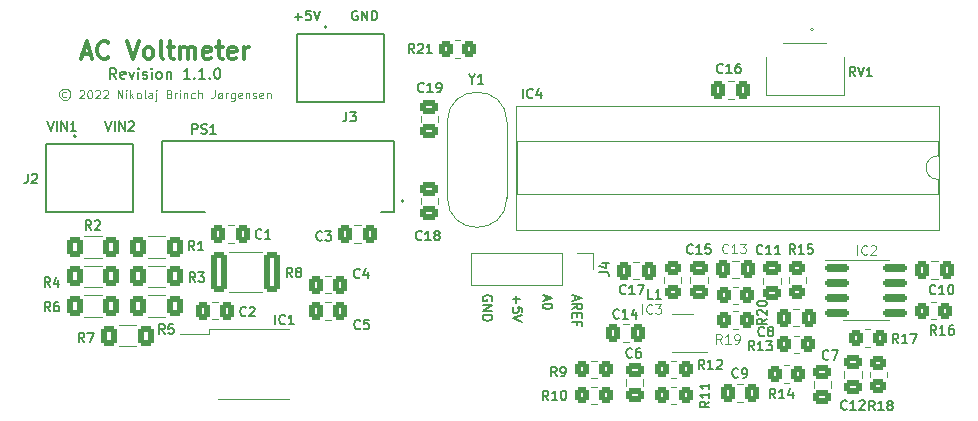
<source format=gto>
G04 #@! TF.GenerationSoftware,KiCad,Pcbnew,(6.0.0-0)*
G04 #@! TF.CreationDate,2022-02-23T00:42:31+01:00*
G04 #@! TF.ProjectId,AC Power Supply,41432050-6f77-4657-9220-537570706c79,rev?*
G04 #@! TF.SameCoordinates,Original*
G04 #@! TF.FileFunction,Legend,Top*
G04 #@! TF.FilePolarity,Positive*
%FSLAX46Y46*%
G04 Gerber Fmt 4.6, Leading zero omitted, Abs format (unit mm)*
G04 Created by KiCad (PCBNEW (6.0.0-0)) date 2022-02-23 00:42:31*
%MOMM*%
%LPD*%
G01*
G04 APERTURE LIST*
G04 Aperture macros list*
%AMRoundRect*
0 Rectangle with rounded corners*
0 $1 Rounding radius*
0 $2 $3 $4 $5 $6 $7 $8 $9 X,Y pos of 4 corners*
0 Add a 4 corners polygon primitive as box body*
4,1,4,$2,$3,$4,$5,$6,$7,$8,$9,$2,$3,0*
0 Add four circle primitives for the rounded corners*
1,1,$1+$1,$2,$3*
1,1,$1+$1,$4,$5*
1,1,$1+$1,$6,$7*
1,1,$1+$1,$8,$9*
0 Add four rect primitives between the rounded corners*
20,1,$1+$1,$2,$3,$4,$5,0*
20,1,$1+$1,$4,$5,$6,$7,0*
20,1,$1+$1,$6,$7,$8,$9,0*
20,1,$1+$1,$8,$9,$2,$3,0*%
G04 Aperture macros list end*
%ADD10C,0.100000*%
%ADD11C,0.150000*%
%ADD12C,0.300000*%
%ADD13C,0.125000*%
%ADD14C,0.120000*%
%ADD15C,0.127000*%
%ADD16C,0.200000*%
%ADD17C,1.219200*%
%ADD18RoundRect,0.250000X0.450000X-0.350000X0.450000X0.350000X-0.450000X0.350000X-0.450000X-0.350000X0*%
%ADD19RoundRect,0.250000X-0.450000X0.350000X-0.450000X-0.350000X0.450000X-0.350000X0.450000X0.350000X0*%
%ADD20RoundRect,0.250000X-0.400000X-0.625000X0.400000X-0.625000X0.400000X0.625000X-0.400000X0.625000X0*%
%ADD21RoundRect,0.250000X-0.475000X0.337500X-0.475000X-0.337500X0.475000X-0.337500X0.475000X0.337500X0*%
%ADD22RoundRect,0.250000X0.475000X-0.337500X0.475000X0.337500X-0.475000X0.337500X-0.475000X-0.337500X0*%
%ADD23RoundRect,0.250000X-0.350000X-0.450000X0.350000X-0.450000X0.350000X0.450000X-0.350000X0.450000X0*%
%ADD24RoundRect,0.250000X0.350000X0.450000X-0.350000X0.450000X-0.350000X-0.450000X0.350000X-0.450000X0*%
%ADD25RoundRect,0.250000X-0.400000X-1.450000X0.400000X-1.450000X0.400000X1.450000X-0.400000X1.450000X0*%
%ADD26RoundRect,0.250000X-0.337500X-0.475000X0.337500X-0.475000X0.337500X0.475000X-0.337500X0.475000X0*%
%ADD27C,4.700000*%
%ADD28RoundRect,0.250000X0.400000X0.625000X-0.400000X0.625000X-0.400000X-0.625000X0.400000X-0.625000X0*%
%ADD29RoundRect,0.250000X0.450000X-0.325000X0.450000X0.325000X-0.450000X0.325000X-0.450000X-0.325000X0*%
%ADD30R,1.799999X0.599999*%
%ADD31R,1.508000X1.508000*%
%ADD32C,1.508000*%
%ADD33R,1.700000X1.700000*%
%ADD34O,1.700000X1.700000*%
%ADD35RoundRect,0.150000X-0.825000X-0.150000X0.825000X-0.150000X0.825000X0.150000X-0.825000X0.150000X0*%
%ADD36RoundRect,0.250000X0.337500X0.475000X-0.337500X0.475000X-0.337500X-0.475000X0.337500X-0.475000X0*%
%ADD37R,1.560000X0.650000*%
%ADD38C,1.500000*%
%ADD39R,1.600000X2.400000*%
%ADD40O,1.600000X2.400000*%
G04 APERTURE END LIST*
D10*
X52633333Y-52883333D02*
X52566666Y-52850000D01*
X52433333Y-52850000D01*
X52366666Y-52883333D01*
X52300000Y-52950000D01*
X52266666Y-53016666D01*
X52266666Y-53150000D01*
X52300000Y-53216666D01*
X52366666Y-53283333D01*
X52433333Y-53316666D01*
X52566666Y-53316666D01*
X52633333Y-53283333D01*
X52500000Y-52616666D02*
X52333333Y-52650000D01*
X52166666Y-52750000D01*
X52066666Y-52916666D01*
X52033333Y-53083333D01*
X52066666Y-53250000D01*
X52166666Y-53416666D01*
X52333333Y-53516666D01*
X52500000Y-53550000D01*
X52666666Y-53516666D01*
X52833333Y-53416666D01*
X52933333Y-53250000D01*
X52966666Y-53083333D01*
X52933333Y-52916666D01*
X52833333Y-52750000D01*
X52666666Y-52650000D01*
X52500000Y-52616666D01*
X53766666Y-52783333D02*
X53800000Y-52750000D01*
X53866666Y-52716666D01*
X54033333Y-52716666D01*
X54100000Y-52750000D01*
X54133333Y-52783333D01*
X54166666Y-52850000D01*
X54166666Y-52916666D01*
X54133333Y-53016666D01*
X53733333Y-53416666D01*
X54166666Y-53416666D01*
X54600000Y-52716666D02*
X54666666Y-52716666D01*
X54733333Y-52750000D01*
X54766666Y-52783333D01*
X54800000Y-52850000D01*
X54833333Y-52983333D01*
X54833333Y-53150000D01*
X54800000Y-53283333D01*
X54766666Y-53350000D01*
X54733333Y-53383333D01*
X54666666Y-53416666D01*
X54600000Y-53416666D01*
X54533333Y-53383333D01*
X54500000Y-53350000D01*
X54466666Y-53283333D01*
X54433333Y-53150000D01*
X54433333Y-52983333D01*
X54466666Y-52850000D01*
X54500000Y-52783333D01*
X54533333Y-52750000D01*
X54600000Y-52716666D01*
X55100000Y-52783333D02*
X55133333Y-52750000D01*
X55200000Y-52716666D01*
X55366666Y-52716666D01*
X55433333Y-52750000D01*
X55466666Y-52783333D01*
X55500000Y-52850000D01*
X55500000Y-52916666D01*
X55466666Y-53016666D01*
X55066666Y-53416666D01*
X55500000Y-53416666D01*
X55766666Y-52783333D02*
X55800000Y-52750000D01*
X55866666Y-52716666D01*
X56033333Y-52716666D01*
X56100000Y-52750000D01*
X56133333Y-52783333D01*
X56166666Y-52850000D01*
X56166666Y-52916666D01*
X56133333Y-53016666D01*
X55733333Y-53416666D01*
X56166666Y-53416666D01*
X57000000Y-53416666D02*
X57000000Y-52716666D01*
X57400000Y-53416666D01*
X57400000Y-52716666D01*
X57733333Y-53416666D02*
X57733333Y-52950000D01*
X57733333Y-52716666D02*
X57700000Y-52750000D01*
X57733333Y-52783333D01*
X57766666Y-52750000D01*
X57733333Y-52716666D01*
X57733333Y-52783333D01*
X58066666Y-53416666D02*
X58066666Y-52716666D01*
X58133333Y-53150000D02*
X58333333Y-53416666D01*
X58333333Y-52950000D02*
X58066666Y-53216666D01*
X58733333Y-53416666D02*
X58666666Y-53383333D01*
X58633333Y-53350000D01*
X58600000Y-53283333D01*
X58600000Y-53083333D01*
X58633333Y-53016666D01*
X58666666Y-52983333D01*
X58733333Y-52950000D01*
X58833333Y-52950000D01*
X58900000Y-52983333D01*
X58933333Y-53016666D01*
X58966666Y-53083333D01*
X58966666Y-53283333D01*
X58933333Y-53350000D01*
X58900000Y-53383333D01*
X58833333Y-53416666D01*
X58733333Y-53416666D01*
X59366666Y-53416666D02*
X59300000Y-53383333D01*
X59266666Y-53316666D01*
X59266666Y-52716666D01*
X59933333Y-53416666D02*
X59933333Y-53050000D01*
X59900000Y-52983333D01*
X59833333Y-52950000D01*
X59700000Y-52950000D01*
X59633333Y-52983333D01*
X59933333Y-53383333D02*
X59866666Y-53416666D01*
X59700000Y-53416666D01*
X59633333Y-53383333D01*
X59600000Y-53316666D01*
X59600000Y-53250000D01*
X59633333Y-53183333D01*
X59700000Y-53150000D01*
X59866666Y-53150000D01*
X59933333Y-53116666D01*
X60266666Y-52950000D02*
X60266666Y-53550000D01*
X60233333Y-53616666D01*
X60166666Y-53650000D01*
X60133333Y-53650000D01*
X60266666Y-52716666D02*
X60233333Y-52750000D01*
X60266666Y-52783333D01*
X60300000Y-52750000D01*
X60266666Y-52716666D01*
X60266666Y-52783333D01*
X61366666Y-53050000D02*
X61466666Y-53083333D01*
X61500000Y-53116666D01*
X61533333Y-53183333D01*
X61533333Y-53283333D01*
X61500000Y-53350000D01*
X61466666Y-53383333D01*
X61400000Y-53416666D01*
X61133333Y-53416666D01*
X61133333Y-52716666D01*
X61366666Y-52716666D01*
X61433333Y-52750000D01*
X61466666Y-52783333D01*
X61500000Y-52850000D01*
X61500000Y-52916666D01*
X61466666Y-52983333D01*
X61433333Y-53016666D01*
X61366666Y-53050000D01*
X61133333Y-53050000D01*
X61833333Y-53416666D02*
X61833333Y-52950000D01*
X61833333Y-53083333D02*
X61866666Y-53016666D01*
X61900000Y-52983333D01*
X61966666Y-52950000D01*
X62033333Y-52950000D01*
X62266666Y-53416666D02*
X62266666Y-52950000D01*
X62266666Y-52716666D02*
X62233333Y-52750000D01*
X62266666Y-52783333D01*
X62300000Y-52750000D01*
X62266666Y-52716666D01*
X62266666Y-52783333D01*
X62600000Y-52950000D02*
X62600000Y-53416666D01*
X62600000Y-53016666D02*
X62633333Y-52983333D01*
X62700000Y-52950000D01*
X62800000Y-52950000D01*
X62866666Y-52983333D01*
X62900000Y-53050000D01*
X62900000Y-53416666D01*
X63533333Y-53383333D02*
X63466666Y-53416666D01*
X63333333Y-53416666D01*
X63266666Y-53383333D01*
X63233333Y-53350000D01*
X63200000Y-53283333D01*
X63200000Y-53083333D01*
X63233333Y-53016666D01*
X63266666Y-52983333D01*
X63333333Y-52950000D01*
X63466666Y-52950000D01*
X63533333Y-52983333D01*
X63833333Y-53416666D02*
X63833333Y-52716666D01*
X64133333Y-53416666D02*
X64133333Y-53050000D01*
X64100000Y-52983333D01*
X64033333Y-52950000D01*
X63933333Y-52950000D01*
X63866666Y-52983333D01*
X63833333Y-53016666D01*
X65200000Y-52716666D02*
X65200000Y-53216666D01*
X65166666Y-53316666D01*
X65100000Y-53383333D01*
X65000000Y-53416666D01*
X64933333Y-53416666D01*
X65900000Y-52950000D02*
X65466666Y-53416666D01*
X65633333Y-53416666D02*
X65566666Y-53383333D01*
X65533333Y-53350000D01*
X65500000Y-53283333D01*
X65500000Y-53083333D01*
X65533333Y-53016666D01*
X65566666Y-52983333D01*
X65633333Y-52950000D01*
X65733333Y-52950000D01*
X65800000Y-52983333D01*
X65833333Y-53016666D01*
X65866666Y-53083333D01*
X65866666Y-53283333D01*
X65833333Y-53350000D01*
X65800000Y-53383333D01*
X65733333Y-53416666D01*
X65633333Y-53416666D01*
X66166666Y-53416666D02*
X66166666Y-52950000D01*
X66166666Y-53083333D02*
X66200000Y-53016666D01*
X66233333Y-52983333D01*
X66300000Y-52950000D01*
X66366666Y-52950000D01*
X66900000Y-52950000D02*
X66900000Y-53516666D01*
X66866666Y-53583333D01*
X66833333Y-53616666D01*
X66766666Y-53650000D01*
X66666666Y-53650000D01*
X66600000Y-53616666D01*
X66900000Y-53383333D02*
X66833333Y-53416666D01*
X66700000Y-53416666D01*
X66633333Y-53383333D01*
X66600000Y-53350000D01*
X66566666Y-53283333D01*
X66566666Y-53083333D01*
X66600000Y-53016666D01*
X66633333Y-52983333D01*
X66700000Y-52950000D01*
X66833333Y-52950000D01*
X66900000Y-52983333D01*
X67500000Y-53383333D02*
X67433333Y-53416666D01*
X67300000Y-53416666D01*
X67233333Y-53383333D01*
X67200000Y-53316666D01*
X67200000Y-53050000D01*
X67233333Y-52983333D01*
X67300000Y-52950000D01*
X67433333Y-52950000D01*
X67500000Y-52983333D01*
X67533333Y-53050000D01*
X67533333Y-53116666D01*
X67200000Y-53183333D01*
X67833333Y-52950000D02*
X67833333Y-53416666D01*
X67833333Y-53016666D02*
X67866666Y-52983333D01*
X67933333Y-52950000D01*
X68033333Y-52950000D01*
X68100000Y-52983333D01*
X68133333Y-53050000D01*
X68133333Y-53416666D01*
X68433333Y-53383333D02*
X68500000Y-53416666D01*
X68633333Y-53416666D01*
X68700000Y-53383333D01*
X68733333Y-53316666D01*
X68733333Y-53283333D01*
X68700000Y-53216666D01*
X68633333Y-53183333D01*
X68533333Y-53183333D01*
X68466666Y-53150000D01*
X68433333Y-53083333D01*
X68433333Y-53050000D01*
X68466666Y-52983333D01*
X68533333Y-52950000D01*
X68633333Y-52950000D01*
X68700000Y-52983333D01*
X69300000Y-53383333D02*
X69233333Y-53416666D01*
X69100000Y-53416666D01*
X69033333Y-53383333D01*
X69000000Y-53316666D01*
X69000000Y-53050000D01*
X69033333Y-52983333D01*
X69100000Y-52950000D01*
X69233333Y-52950000D01*
X69300000Y-52983333D01*
X69333333Y-53050000D01*
X69333333Y-53116666D01*
X69000000Y-53183333D01*
X69633333Y-52950000D02*
X69633333Y-53416666D01*
X69633333Y-53016666D02*
X69666666Y-52983333D01*
X69733333Y-52950000D01*
X69833333Y-52950000D01*
X69900000Y-52983333D01*
X69933333Y-53050000D01*
X69933333Y-53416666D01*
D11*
X56885714Y-51757142D02*
X56585714Y-51328571D01*
X56371428Y-51757142D02*
X56371428Y-50857142D01*
X56714285Y-50857142D01*
X56800000Y-50900000D01*
X56842857Y-50942857D01*
X56885714Y-51028571D01*
X56885714Y-51157142D01*
X56842857Y-51242857D01*
X56800000Y-51285714D01*
X56714285Y-51328571D01*
X56371428Y-51328571D01*
X57614285Y-51714285D02*
X57528571Y-51757142D01*
X57357142Y-51757142D01*
X57271428Y-51714285D01*
X57228571Y-51628571D01*
X57228571Y-51285714D01*
X57271428Y-51200000D01*
X57357142Y-51157142D01*
X57528571Y-51157142D01*
X57614285Y-51200000D01*
X57657142Y-51285714D01*
X57657142Y-51371428D01*
X57228571Y-51457142D01*
X57957142Y-51157142D02*
X58171428Y-51757142D01*
X58385714Y-51157142D01*
X58728571Y-51757142D02*
X58728571Y-51157142D01*
X58728571Y-50857142D02*
X58685714Y-50900000D01*
X58728571Y-50942857D01*
X58771428Y-50900000D01*
X58728571Y-50857142D01*
X58728571Y-50942857D01*
X59114285Y-51714285D02*
X59200000Y-51757142D01*
X59371428Y-51757142D01*
X59457142Y-51714285D01*
X59500000Y-51628571D01*
X59500000Y-51585714D01*
X59457142Y-51500000D01*
X59371428Y-51457142D01*
X59242857Y-51457142D01*
X59157142Y-51414285D01*
X59114285Y-51328571D01*
X59114285Y-51285714D01*
X59157142Y-51200000D01*
X59242857Y-51157142D01*
X59371428Y-51157142D01*
X59457142Y-51200000D01*
X59885714Y-51757142D02*
X59885714Y-51157142D01*
X59885714Y-50857142D02*
X59842857Y-50900000D01*
X59885714Y-50942857D01*
X59928571Y-50900000D01*
X59885714Y-50857142D01*
X59885714Y-50942857D01*
X60442857Y-51757142D02*
X60357142Y-51714285D01*
X60314285Y-51671428D01*
X60271428Y-51585714D01*
X60271428Y-51328571D01*
X60314285Y-51242857D01*
X60357142Y-51200000D01*
X60442857Y-51157142D01*
X60571428Y-51157142D01*
X60657142Y-51200000D01*
X60700000Y-51242857D01*
X60742857Y-51328571D01*
X60742857Y-51585714D01*
X60700000Y-51671428D01*
X60657142Y-51714285D01*
X60571428Y-51757142D01*
X60442857Y-51757142D01*
X61128571Y-51157142D02*
X61128571Y-51757142D01*
X61128571Y-51242857D02*
X61171428Y-51200000D01*
X61257142Y-51157142D01*
X61385714Y-51157142D01*
X61471428Y-51200000D01*
X61514285Y-51285714D01*
X61514285Y-51757142D01*
X63100000Y-51757142D02*
X62585714Y-51757142D01*
X62842857Y-51757142D02*
X62842857Y-50857142D01*
X62757142Y-50985714D01*
X62671428Y-51071428D01*
X62585714Y-51114285D01*
X63485714Y-51671428D02*
X63528571Y-51714285D01*
X63485714Y-51757142D01*
X63442857Y-51714285D01*
X63485714Y-51671428D01*
X63485714Y-51757142D01*
X64385714Y-51757142D02*
X63871428Y-51757142D01*
X64128571Y-51757142D02*
X64128571Y-50857142D01*
X64042857Y-50985714D01*
X63957142Y-51071428D01*
X63871428Y-51114285D01*
X64771428Y-51671428D02*
X64814285Y-51714285D01*
X64771428Y-51757142D01*
X64728571Y-51714285D01*
X64771428Y-51671428D01*
X64771428Y-51757142D01*
X65371428Y-50857142D02*
X65457142Y-50857142D01*
X65542857Y-50900000D01*
X65585714Y-50942857D01*
X65628571Y-51028571D01*
X65671428Y-51200000D01*
X65671428Y-51414285D01*
X65628571Y-51585714D01*
X65585714Y-51671428D01*
X65542857Y-51714285D01*
X65457142Y-51757142D01*
X65371428Y-51757142D01*
X65285714Y-51714285D01*
X65242857Y-51671428D01*
X65200000Y-51585714D01*
X65157142Y-51414285D01*
X65157142Y-51200000D01*
X65200000Y-51028571D01*
X65242857Y-50942857D01*
X65285714Y-50900000D01*
X65371428Y-50857142D01*
D12*
X54000000Y-49650000D02*
X54714285Y-49650000D01*
X53857142Y-50078571D02*
X54357142Y-48578571D01*
X54857142Y-50078571D01*
X56214285Y-49935714D02*
X56142857Y-50007142D01*
X55928571Y-50078571D01*
X55785714Y-50078571D01*
X55571428Y-50007142D01*
X55428571Y-49864285D01*
X55357142Y-49721428D01*
X55285714Y-49435714D01*
X55285714Y-49221428D01*
X55357142Y-48935714D01*
X55428571Y-48792857D01*
X55571428Y-48650000D01*
X55785714Y-48578571D01*
X55928571Y-48578571D01*
X56142857Y-48650000D01*
X56214285Y-48721428D01*
X57785714Y-48578571D02*
X58285714Y-50078571D01*
X58785714Y-48578571D01*
X59500000Y-50078571D02*
X59357142Y-50007142D01*
X59285714Y-49935714D01*
X59214285Y-49792857D01*
X59214285Y-49364285D01*
X59285714Y-49221428D01*
X59357142Y-49150000D01*
X59500000Y-49078571D01*
X59714285Y-49078571D01*
X59857142Y-49150000D01*
X59928571Y-49221428D01*
X60000000Y-49364285D01*
X60000000Y-49792857D01*
X59928571Y-49935714D01*
X59857142Y-50007142D01*
X59714285Y-50078571D01*
X59500000Y-50078571D01*
X60857142Y-50078571D02*
X60714285Y-50007142D01*
X60642857Y-49864285D01*
X60642857Y-48578571D01*
X61214285Y-49078571D02*
X61785714Y-49078571D01*
X61428571Y-48578571D02*
X61428571Y-49864285D01*
X61500000Y-50007142D01*
X61642857Y-50078571D01*
X61785714Y-50078571D01*
X62285714Y-50078571D02*
X62285714Y-49078571D01*
X62285714Y-49221428D02*
X62357142Y-49150000D01*
X62500000Y-49078571D01*
X62714285Y-49078571D01*
X62857142Y-49150000D01*
X62928571Y-49292857D01*
X62928571Y-50078571D01*
X62928571Y-49292857D02*
X63000000Y-49150000D01*
X63142857Y-49078571D01*
X63357142Y-49078571D01*
X63500000Y-49150000D01*
X63571428Y-49292857D01*
X63571428Y-50078571D01*
X64857142Y-50007142D02*
X64714285Y-50078571D01*
X64428571Y-50078571D01*
X64285714Y-50007142D01*
X64214285Y-49864285D01*
X64214285Y-49292857D01*
X64285714Y-49150000D01*
X64428571Y-49078571D01*
X64714285Y-49078571D01*
X64857142Y-49150000D01*
X64928571Y-49292857D01*
X64928571Y-49435714D01*
X64214285Y-49578571D01*
X65357142Y-49078571D02*
X65928571Y-49078571D01*
X65571428Y-48578571D02*
X65571428Y-49864285D01*
X65642857Y-50007142D01*
X65785714Y-50078571D01*
X65928571Y-50078571D01*
X67000000Y-50007142D02*
X66857142Y-50078571D01*
X66571428Y-50078571D01*
X66428571Y-50007142D01*
X66357142Y-49864285D01*
X66357142Y-49292857D01*
X66428571Y-49150000D01*
X66571428Y-49078571D01*
X66857142Y-49078571D01*
X67000000Y-49150000D01*
X67071428Y-49292857D01*
X67071428Y-49435714D01*
X66357142Y-49578571D01*
X67714285Y-50078571D02*
X67714285Y-49078571D01*
X67714285Y-49364285D02*
X67785714Y-49221428D01*
X67857142Y-49150000D01*
X68000000Y-49078571D01*
X68142857Y-49078571D01*
D11*
X88650000Y-70561904D02*
X88688095Y-70485713D01*
X88688095Y-70371428D01*
X88650000Y-70257142D01*
X88573809Y-70180951D01*
X88497619Y-70142856D01*
X88345238Y-70104761D01*
X88230952Y-70104761D01*
X88078571Y-70142856D01*
X88002380Y-70180951D01*
X87926190Y-70257142D01*
X87888095Y-70371428D01*
X87888095Y-70447618D01*
X87926190Y-70561904D01*
X87964285Y-70599999D01*
X88230952Y-70599999D01*
X88230952Y-70447618D01*
X87888095Y-70942856D02*
X88688095Y-70942856D01*
X87888095Y-71399999D01*
X88688095Y-71399999D01*
X87888095Y-71780951D02*
X88688095Y-71780951D01*
X88688095Y-71971428D01*
X88650000Y-72085713D01*
X88573809Y-72161904D01*
X88497619Y-72199999D01*
X88345238Y-72238094D01*
X88230952Y-72238094D01*
X88078571Y-72199999D01*
X88002380Y-72161904D01*
X87926190Y-72085713D01*
X87888095Y-71971428D01*
X87888095Y-71780951D01*
X90742857Y-70142856D02*
X90742857Y-70752380D01*
X90438095Y-70447618D02*
X91047619Y-70447618D01*
X91238095Y-71514285D02*
X91238095Y-71133332D01*
X90857142Y-71095237D01*
X90895238Y-71133332D01*
X90933333Y-71209523D01*
X90933333Y-71399999D01*
X90895238Y-71476189D01*
X90857142Y-71514285D01*
X90780952Y-71552380D01*
X90590476Y-71552380D01*
X90514285Y-71514285D01*
X90476190Y-71476189D01*
X90438095Y-71399999D01*
X90438095Y-71209523D01*
X90476190Y-71133332D01*
X90514285Y-71095237D01*
X91238095Y-71780951D02*
X90438095Y-72047618D01*
X91238095Y-72314285D01*
X55942857Y-55361904D02*
X56209523Y-56161904D01*
X56476190Y-55361904D01*
X56742857Y-56161904D02*
X56742857Y-55361904D01*
X57123809Y-56161904D02*
X57123809Y-55361904D01*
X57580952Y-56161904D01*
X57580952Y-55361904D01*
X57923809Y-55438095D02*
X57961904Y-55400000D01*
X58038095Y-55361904D01*
X58228571Y-55361904D01*
X58304761Y-55400000D01*
X58342857Y-55438095D01*
X58380952Y-55514285D01*
X58380952Y-55590476D01*
X58342857Y-55704761D01*
X57885714Y-56161904D01*
X58380952Y-56161904D01*
X93216666Y-70104761D02*
X93216666Y-70485713D01*
X92988095Y-70028570D02*
X93788095Y-70295237D01*
X92988095Y-70561904D01*
X93788095Y-70980951D02*
X93788095Y-71057142D01*
X93750000Y-71133332D01*
X93711904Y-71171428D01*
X93635714Y-71209523D01*
X93483333Y-71247618D01*
X93292857Y-71247618D01*
X93140476Y-71209523D01*
X93064285Y-71171428D01*
X93026190Y-71133332D01*
X92988095Y-71057142D01*
X92988095Y-70980951D01*
X93026190Y-70904761D01*
X93064285Y-70866666D01*
X93140476Y-70828570D01*
X93292857Y-70790475D01*
X93483333Y-70790475D01*
X93635714Y-70828570D01*
X93711904Y-70866666D01*
X93750000Y-70904761D01*
X93788095Y-70980951D01*
X71971428Y-46507142D02*
X72580952Y-46507142D01*
X72276190Y-46811904D02*
X72276190Y-46202380D01*
X73342857Y-46011904D02*
X72961904Y-46011904D01*
X72923809Y-46392857D01*
X72961904Y-46354761D01*
X73038095Y-46316666D01*
X73228571Y-46316666D01*
X73304761Y-46354761D01*
X73342857Y-46392857D01*
X73380952Y-46469047D01*
X73380952Y-46659523D01*
X73342857Y-46735714D01*
X73304761Y-46773809D01*
X73228571Y-46811904D01*
X73038095Y-46811904D01*
X72961904Y-46773809D01*
X72923809Y-46735714D01*
X73609523Y-46011904D02*
X73876190Y-46811904D01*
X74142857Y-46011904D01*
X95716666Y-70104761D02*
X95716666Y-70485714D01*
X95488095Y-70028571D02*
X96288095Y-70295238D01*
X95488095Y-70561904D01*
X95488095Y-71285714D02*
X95869047Y-71019047D01*
X95488095Y-70828571D02*
X96288095Y-70828571D01*
X96288095Y-71133333D01*
X96250000Y-71209523D01*
X96211904Y-71247619D01*
X96135714Y-71285714D01*
X96021428Y-71285714D01*
X95945238Y-71247619D01*
X95907142Y-71209523D01*
X95869047Y-71133333D01*
X95869047Y-70828571D01*
X95907142Y-71628571D02*
X95907142Y-71895238D01*
X95488095Y-72009523D02*
X95488095Y-71628571D01*
X96288095Y-71628571D01*
X96288095Y-72009523D01*
X95907142Y-72619047D02*
X95907142Y-72352380D01*
X95488095Y-72352380D02*
X96288095Y-72352380D01*
X96288095Y-72733333D01*
X77290476Y-46050000D02*
X77214285Y-46011904D01*
X77100000Y-46011904D01*
X76985714Y-46050000D01*
X76909523Y-46126190D01*
X76871428Y-46202380D01*
X76833333Y-46354761D01*
X76833333Y-46469047D01*
X76871428Y-46621428D01*
X76909523Y-46697619D01*
X76985714Y-46773809D01*
X77100000Y-46811904D01*
X77176190Y-46811904D01*
X77290476Y-46773809D01*
X77328571Y-46735714D01*
X77328571Y-46469047D01*
X77176190Y-46469047D01*
X77671428Y-46811904D02*
X77671428Y-46011904D01*
X78128571Y-46811904D01*
X78128571Y-46011904D01*
X78509523Y-46811904D02*
X78509523Y-46011904D01*
X78700000Y-46011904D01*
X78814285Y-46050000D01*
X78890476Y-46126190D01*
X78928571Y-46202380D01*
X78966666Y-46354761D01*
X78966666Y-46469047D01*
X78928571Y-46621428D01*
X78890476Y-46697619D01*
X78814285Y-46773809D01*
X78700000Y-46811904D01*
X78509523Y-46811904D01*
X51042857Y-55361904D02*
X51309523Y-56161904D01*
X51576190Y-55361904D01*
X51842857Y-56161904D02*
X51842857Y-55361904D01*
X52223809Y-56161904D02*
X52223809Y-55361904D01*
X52680952Y-56161904D01*
X52680952Y-55361904D01*
X53480952Y-56161904D02*
X53023809Y-56161904D01*
X53252380Y-56161904D02*
X53252380Y-55361904D01*
X53176190Y-55476190D01*
X53100000Y-55552380D01*
X53023809Y-55590476D01*
X119423809Y-51561904D02*
X119157142Y-51180952D01*
X118966666Y-51561904D02*
X118966666Y-50761904D01*
X119271428Y-50761904D01*
X119347619Y-50800000D01*
X119385714Y-50838095D01*
X119423809Y-50914285D01*
X119423809Y-51028571D01*
X119385714Y-51104761D01*
X119347619Y-51142857D01*
X119271428Y-51180952D01*
X118966666Y-51180952D01*
X119652380Y-50761904D02*
X119919047Y-51561904D01*
X120185714Y-50761904D01*
X120871428Y-51561904D02*
X120414285Y-51561904D01*
X120642857Y-51561904D02*
X120642857Y-50761904D01*
X120566666Y-50876190D01*
X120490476Y-50952380D01*
X120414285Y-50990476D01*
X114335714Y-66586904D02*
X114069047Y-66205952D01*
X113878571Y-66586904D02*
X113878571Y-65786904D01*
X114183333Y-65786904D01*
X114259523Y-65825000D01*
X114297619Y-65863095D01*
X114335714Y-65939285D01*
X114335714Y-66053571D01*
X114297619Y-66129761D01*
X114259523Y-66167857D01*
X114183333Y-66205952D01*
X113878571Y-66205952D01*
X115097619Y-66586904D02*
X114640476Y-66586904D01*
X114869047Y-66586904D02*
X114869047Y-65786904D01*
X114792857Y-65901190D01*
X114716666Y-65977380D01*
X114640476Y-66015476D01*
X115821428Y-65786904D02*
X115440476Y-65786904D01*
X115402380Y-66167857D01*
X115440476Y-66129761D01*
X115516666Y-66091666D01*
X115707142Y-66091666D01*
X115783333Y-66129761D01*
X115821428Y-66167857D01*
X115859523Y-66244047D01*
X115859523Y-66434523D01*
X115821428Y-66510714D01*
X115783333Y-66548809D01*
X115707142Y-66586904D01*
X115516666Y-66586904D01*
X115440476Y-66548809D01*
X115402380Y-66510714D01*
X121085714Y-79811904D02*
X120819047Y-79430952D01*
X120628571Y-79811904D02*
X120628571Y-79011904D01*
X120933333Y-79011904D01*
X121009523Y-79050000D01*
X121047619Y-79088095D01*
X121085714Y-79164285D01*
X121085714Y-79278571D01*
X121047619Y-79354761D01*
X121009523Y-79392857D01*
X120933333Y-79430952D01*
X120628571Y-79430952D01*
X121847619Y-79811904D02*
X121390476Y-79811904D01*
X121619047Y-79811904D02*
X121619047Y-79011904D01*
X121542857Y-79126190D01*
X121466666Y-79202380D01*
X121390476Y-79240476D01*
X122304761Y-79354761D02*
X122228571Y-79316666D01*
X122190476Y-79278571D01*
X122152380Y-79202380D01*
X122152380Y-79164285D01*
X122190476Y-79088095D01*
X122228571Y-79050000D01*
X122304761Y-79011904D01*
X122457142Y-79011904D01*
X122533333Y-79050000D01*
X122571428Y-79088095D01*
X122609523Y-79164285D01*
X122609523Y-79202380D01*
X122571428Y-79278571D01*
X122533333Y-79316666D01*
X122457142Y-79354761D01*
X122304761Y-79354761D01*
X122228571Y-79392857D01*
X122190476Y-79430952D01*
X122152380Y-79507142D01*
X122152380Y-79659523D01*
X122190476Y-79735714D01*
X122228571Y-79773809D01*
X122304761Y-79811904D01*
X122457142Y-79811904D01*
X122533333Y-79773809D01*
X122571428Y-79735714D01*
X122609523Y-79659523D01*
X122609523Y-79507142D01*
X122571428Y-79430952D01*
X122533333Y-79392857D01*
X122457142Y-79354761D01*
X63566666Y-68961904D02*
X63300000Y-68580952D01*
X63109523Y-68961904D02*
X63109523Y-68161904D01*
X63414285Y-68161904D01*
X63490476Y-68200000D01*
X63528571Y-68238095D01*
X63566666Y-68314285D01*
X63566666Y-68428571D01*
X63528571Y-68504761D01*
X63490476Y-68542857D01*
X63414285Y-68580952D01*
X63109523Y-68580952D01*
X63833333Y-68161904D02*
X64328571Y-68161904D01*
X64061904Y-68466666D01*
X64176190Y-68466666D01*
X64252380Y-68504761D01*
X64290476Y-68542857D01*
X64328571Y-68619047D01*
X64328571Y-68809523D01*
X64290476Y-68885714D01*
X64252380Y-68923809D01*
X64176190Y-68961904D01*
X63947619Y-68961904D01*
X63871428Y-68923809D01*
X63833333Y-68885714D01*
X82735714Y-65360714D02*
X82697619Y-65398809D01*
X82583333Y-65436904D01*
X82507142Y-65436904D01*
X82392857Y-65398809D01*
X82316666Y-65322619D01*
X82278571Y-65246428D01*
X82240476Y-65094047D01*
X82240476Y-64979761D01*
X82278571Y-64827380D01*
X82316666Y-64751190D01*
X82392857Y-64675000D01*
X82507142Y-64636904D01*
X82583333Y-64636904D01*
X82697619Y-64675000D01*
X82735714Y-64713095D01*
X83497619Y-65436904D02*
X83040476Y-65436904D01*
X83269047Y-65436904D02*
X83269047Y-64636904D01*
X83192857Y-64751190D01*
X83116666Y-64827380D01*
X83040476Y-64865476D01*
X83954761Y-64979761D02*
X83878571Y-64941666D01*
X83840476Y-64903571D01*
X83802380Y-64827380D01*
X83802380Y-64789285D01*
X83840476Y-64713095D01*
X83878571Y-64675000D01*
X83954761Y-64636904D01*
X84107142Y-64636904D01*
X84183333Y-64675000D01*
X84221428Y-64713095D01*
X84259523Y-64789285D01*
X84259523Y-64827380D01*
X84221428Y-64903571D01*
X84183333Y-64941666D01*
X84107142Y-64979761D01*
X83954761Y-64979761D01*
X83878571Y-65017857D01*
X83840476Y-65055952D01*
X83802380Y-65132142D01*
X83802380Y-65284523D01*
X83840476Y-65360714D01*
X83878571Y-65398809D01*
X83954761Y-65436904D01*
X84107142Y-65436904D01*
X84183333Y-65398809D01*
X84221428Y-65360714D01*
X84259523Y-65284523D01*
X84259523Y-65132142D01*
X84221428Y-65055952D01*
X84183333Y-65017857D01*
X84107142Y-64979761D01*
X111585714Y-66560714D02*
X111547619Y-66598809D01*
X111433333Y-66636904D01*
X111357142Y-66636904D01*
X111242857Y-66598809D01*
X111166666Y-66522619D01*
X111128571Y-66446428D01*
X111090476Y-66294047D01*
X111090476Y-66179761D01*
X111128571Y-66027380D01*
X111166666Y-65951190D01*
X111242857Y-65875000D01*
X111357142Y-65836904D01*
X111433333Y-65836904D01*
X111547619Y-65875000D01*
X111585714Y-65913095D01*
X112347619Y-66636904D02*
X111890476Y-66636904D01*
X112119047Y-66636904D02*
X112119047Y-65836904D01*
X112042857Y-65951190D01*
X111966666Y-66027380D01*
X111890476Y-66065476D01*
X113109523Y-66636904D02*
X112652380Y-66636904D01*
X112880952Y-66636904D02*
X112880952Y-65836904D01*
X112804761Y-65951190D01*
X112728571Y-66027380D01*
X112652380Y-66065476D01*
X107086904Y-79089285D02*
X106705952Y-79355952D01*
X107086904Y-79546428D02*
X106286904Y-79546428D01*
X106286904Y-79241666D01*
X106325000Y-79165476D01*
X106363095Y-79127380D01*
X106439285Y-79089285D01*
X106553571Y-79089285D01*
X106629761Y-79127380D01*
X106667857Y-79165476D01*
X106705952Y-79241666D01*
X106705952Y-79546428D01*
X107086904Y-78327380D02*
X107086904Y-78784523D01*
X107086904Y-78555952D02*
X106286904Y-78555952D01*
X106401190Y-78632142D01*
X106477380Y-78708333D01*
X106515476Y-78784523D01*
X107086904Y-77565476D02*
X107086904Y-78022619D01*
X107086904Y-77794047D02*
X106286904Y-77794047D01*
X106401190Y-77870238D01*
X106477380Y-77946428D01*
X106515476Y-78022619D01*
X112685714Y-78811904D02*
X112419047Y-78430952D01*
X112228571Y-78811904D02*
X112228571Y-78011904D01*
X112533333Y-78011904D01*
X112609523Y-78050000D01*
X112647619Y-78088095D01*
X112685714Y-78164285D01*
X112685714Y-78278571D01*
X112647619Y-78354761D01*
X112609523Y-78392857D01*
X112533333Y-78430952D01*
X112228571Y-78430952D01*
X113447619Y-78811904D02*
X112990476Y-78811904D01*
X113219047Y-78811904D02*
X113219047Y-78011904D01*
X113142857Y-78126190D01*
X113066666Y-78202380D01*
X112990476Y-78240476D01*
X114133333Y-78278571D02*
X114133333Y-78811904D01*
X113942857Y-77973809D02*
X113752380Y-78545238D01*
X114247619Y-78545238D01*
X71766666Y-68561904D02*
X71500000Y-68180952D01*
X71309523Y-68561904D02*
X71309523Y-67761904D01*
X71614285Y-67761904D01*
X71690476Y-67800000D01*
X71728571Y-67838095D01*
X71766666Y-67914285D01*
X71766666Y-68028571D01*
X71728571Y-68104761D01*
X71690476Y-68142857D01*
X71614285Y-68180952D01*
X71309523Y-68180952D01*
X72223809Y-68104761D02*
X72147619Y-68066666D01*
X72109523Y-68028571D01*
X72071428Y-67952380D01*
X72071428Y-67914285D01*
X72109523Y-67838095D01*
X72147619Y-67800000D01*
X72223809Y-67761904D01*
X72376190Y-67761904D01*
X72452380Y-67800000D01*
X72490476Y-67838095D01*
X72528571Y-67914285D01*
X72528571Y-67952380D01*
X72490476Y-68028571D01*
X72452380Y-68066666D01*
X72376190Y-68104761D01*
X72223809Y-68104761D01*
X72147619Y-68142857D01*
X72109523Y-68180952D01*
X72071428Y-68257142D01*
X72071428Y-68409523D01*
X72109523Y-68485714D01*
X72147619Y-68523809D01*
X72223809Y-68561904D01*
X72376190Y-68561904D01*
X72452380Y-68523809D01*
X72490476Y-68485714D01*
X72528571Y-68409523D01*
X72528571Y-68257142D01*
X72490476Y-68180952D01*
X72452380Y-68142857D01*
X72376190Y-68104761D01*
D13*
X108135714Y-74186904D02*
X107869047Y-73805952D01*
X107678571Y-74186904D02*
X107678571Y-73386904D01*
X107983333Y-73386904D01*
X108059523Y-73425000D01*
X108097619Y-73463095D01*
X108135714Y-73539285D01*
X108135714Y-73653571D01*
X108097619Y-73729761D01*
X108059523Y-73767857D01*
X107983333Y-73805952D01*
X107678571Y-73805952D01*
X108897619Y-74186904D02*
X108440476Y-74186904D01*
X108669047Y-74186904D02*
X108669047Y-73386904D01*
X108592857Y-73501190D01*
X108516666Y-73577380D01*
X108440476Y-73615476D01*
X109278571Y-74186904D02*
X109430952Y-74186904D01*
X109507142Y-74148809D01*
X109545238Y-74110714D01*
X109621428Y-73996428D01*
X109659523Y-73844047D01*
X109659523Y-73539285D01*
X109621428Y-73463095D01*
X109583333Y-73425000D01*
X109507142Y-73386904D01*
X109354761Y-73386904D01*
X109278571Y-73425000D01*
X109240476Y-73463095D01*
X109202380Y-73539285D01*
X109202380Y-73729761D01*
X109240476Y-73805952D01*
X109278571Y-73844047D01*
X109354761Y-73882142D01*
X109507142Y-73882142D01*
X109583333Y-73844047D01*
X109621428Y-73805952D01*
X109659523Y-73729761D01*
D11*
X111936904Y-72064285D02*
X111555952Y-72330952D01*
X111936904Y-72521428D02*
X111136904Y-72521428D01*
X111136904Y-72216666D01*
X111175000Y-72140476D01*
X111213095Y-72102380D01*
X111289285Y-72064285D01*
X111403571Y-72064285D01*
X111479761Y-72102380D01*
X111517857Y-72140476D01*
X111555952Y-72216666D01*
X111555952Y-72521428D01*
X111213095Y-71759523D02*
X111175000Y-71721428D01*
X111136904Y-71645238D01*
X111136904Y-71454761D01*
X111175000Y-71378571D01*
X111213095Y-71340476D01*
X111289285Y-71302380D01*
X111365476Y-71302380D01*
X111479761Y-71340476D01*
X111936904Y-71797619D01*
X111936904Y-71302380D01*
X111136904Y-70807142D02*
X111136904Y-70730952D01*
X111175000Y-70654761D01*
X111213095Y-70616666D01*
X111289285Y-70578571D01*
X111441666Y-70540476D01*
X111632142Y-70540476D01*
X111784523Y-70578571D01*
X111860714Y-70616666D01*
X111898809Y-70654761D01*
X111936904Y-70730952D01*
X111936904Y-70807142D01*
X111898809Y-70883333D01*
X111860714Y-70921428D01*
X111784523Y-70959523D01*
X111632142Y-70997619D01*
X111441666Y-70997619D01*
X111289285Y-70959523D01*
X111213095Y-70921428D01*
X111175000Y-70883333D01*
X111136904Y-70807142D01*
X67854166Y-71785714D02*
X67816071Y-71823809D01*
X67701785Y-71861904D01*
X67625595Y-71861904D01*
X67511309Y-71823809D01*
X67435119Y-71747619D01*
X67397023Y-71671428D01*
X67358928Y-71519047D01*
X67358928Y-71404761D01*
X67397023Y-71252380D01*
X67435119Y-71176190D01*
X67511309Y-71100000D01*
X67625595Y-71061904D01*
X67701785Y-71061904D01*
X67816071Y-71100000D01*
X67854166Y-71138095D01*
X68158928Y-71138095D02*
X68197023Y-71100000D01*
X68273214Y-71061904D01*
X68463690Y-71061904D01*
X68539880Y-71100000D01*
X68577976Y-71138095D01*
X68616071Y-71214285D01*
X68616071Y-71290476D01*
X68577976Y-71404761D01*
X68120833Y-71861904D01*
X68616071Y-71861904D01*
X54766666Y-64541904D02*
X54500000Y-64160952D01*
X54309523Y-64541904D02*
X54309523Y-63741904D01*
X54614285Y-63741904D01*
X54690476Y-63780000D01*
X54728571Y-63818095D01*
X54766666Y-63894285D01*
X54766666Y-64008571D01*
X54728571Y-64084761D01*
X54690476Y-64122857D01*
X54614285Y-64160952D01*
X54309523Y-64160952D01*
X55071428Y-63818095D02*
X55109523Y-63780000D01*
X55185714Y-63741904D01*
X55376190Y-63741904D01*
X55452380Y-63780000D01*
X55490476Y-63818095D01*
X55528571Y-63894285D01*
X55528571Y-63970476D01*
X55490476Y-64084761D01*
X55033333Y-64541904D01*
X55528571Y-64541904D01*
X100541666Y-75285714D02*
X100503571Y-75323809D01*
X100389285Y-75361904D01*
X100313095Y-75361904D01*
X100198809Y-75323809D01*
X100122619Y-75247619D01*
X100084523Y-75171428D01*
X100046428Y-75019047D01*
X100046428Y-74904761D01*
X100084523Y-74752380D01*
X100122619Y-74676190D01*
X100198809Y-74600000D01*
X100313095Y-74561904D01*
X100389285Y-74561904D01*
X100503571Y-74600000D01*
X100541666Y-74638095D01*
X101227380Y-74561904D02*
X101075000Y-74561904D01*
X100998809Y-74600000D01*
X100960714Y-74638095D01*
X100884523Y-74752380D01*
X100846428Y-74904761D01*
X100846428Y-75209523D01*
X100884523Y-75285714D01*
X100922619Y-75323809D01*
X100998809Y-75361904D01*
X101151190Y-75361904D01*
X101227380Y-75323809D01*
X101265476Y-75285714D01*
X101303571Y-75209523D01*
X101303571Y-75019047D01*
X101265476Y-74942857D01*
X101227380Y-74904761D01*
X101151190Y-74866666D01*
X100998809Y-74866666D01*
X100922619Y-74904761D01*
X100884523Y-74942857D01*
X100846428Y-75019047D01*
X106635714Y-76336904D02*
X106369047Y-75955952D01*
X106178571Y-76336904D02*
X106178571Y-75536904D01*
X106483333Y-75536904D01*
X106559523Y-75575000D01*
X106597619Y-75613095D01*
X106635714Y-75689285D01*
X106635714Y-75803571D01*
X106597619Y-75879761D01*
X106559523Y-75917857D01*
X106483333Y-75955952D01*
X106178571Y-75955952D01*
X107397619Y-76336904D02*
X106940476Y-76336904D01*
X107169047Y-76336904D02*
X107169047Y-75536904D01*
X107092857Y-75651190D01*
X107016666Y-75727380D01*
X106940476Y-75765476D01*
X107702380Y-75613095D02*
X107740476Y-75575000D01*
X107816666Y-75536904D01*
X108007142Y-75536904D01*
X108083333Y-75575000D01*
X108121428Y-75613095D01*
X108159523Y-75689285D01*
X108159523Y-75765476D01*
X108121428Y-75879761D01*
X107664285Y-76336904D01*
X108159523Y-76336904D01*
X126235714Y-69935714D02*
X126197619Y-69973809D01*
X126083333Y-70011904D01*
X126007142Y-70011904D01*
X125892857Y-69973809D01*
X125816666Y-69897619D01*
X125778571Y-69821428D01*
X125740476Y-69669047D01*
X125740476Y-69554761D01*
X125778571Y-69402380D01*
X125816666Y-69326190D01*
X125892857Y-69250000D01*
X126007142Y-69211904D01*
X126083333Y-69211904D01*
X126197619Y-69250000D01*
X126235714Y-69288095D01*
X126997619Y-70011904D02*
X126540476Y-70011904D01*
X126769047Y-70011904D02*
X126769047Y-69211904D01*
X126692857Y-69326190D01*
X126616666Y-69402380D01*
X126540476Y-69440476D01*
X127492857Y-69211904D02*
X127569047Y-69211904D01*
X127645238Y-69250000D01*
X127683333Y-69288095D01*
X127721428Y-69364285D01*
X127759523Y-69516666D01*
X127759523Y-69707142D01*
X127721428Y-69859523D01*
X127683333Y-69935714D01*
X127645238Y-69973809D01*
X127569047Y-70011904D01*
X127492857Y-70011904D01*
X127416666Y-69973809D01*
X127378571Y-69935714D01*
X127340476Y-69859523D01*
X127302380Y-69707142D01*
X127302380Y-69516666D01*
X127340476Y-69364285D01*
X127378571Y-69288095D01*
X127416666Y-69250000D01*
X127492857Y-69211904D01*
X105685714Y-66510714D02*
X105647619Y-66548809D01*
X105533333Y-66586904D01*
X105457142Y-66586904D01*
X105342857Y-66548809D01*
X105266666Y-66472619D01*
X105228571Y-66396428D01*
X105190476Y-66244047D01*
X105190476Y-66129761D01*
X105228571Y-65977380D01*
X105266666Y-65901190D01*
X105342857Y-65825000D01*
X105457142Y-65786904D01*
X105533333Y-65786904D01*
X105647619Y-65825000D01*
X105685714Y-65863095D01*
X106447619Y-66586904D02*
X105990476Y-66586904D01*
X106219047Y-66586904D02*
X106219047Y-65786904D01*
X106142857Y-65901190D01*
X106066666Y-65977380D01*
X105990476Y-66015476D01*
X107171428Y-65786904D02*
X106790476Y-65786904D01*
X106752380Y-66167857D01*
X106790476Y-66129761D01*
X106866666Y-66091666D01*
X107057142Y-66091666D01*
X107133333Y-66129761D01*
X107171428Y-66167857D01*
X107209523Y-66244047D01*
X107209523Y-66434523D01*
X107171428Y-66510714D01*
X107133333Y-66548809D01*
X107057142Y-66586904D01*
X106866666Y-66586904D01*
X106790476Y-66548809D01*
X106752380Y-66510714D01*
X51266666Y-71461904D02*
X51000000Y-71080952D01*
X50809523Y-71461904D02*
X50809523Y-70661904D01*
X51114285Y-70661904D01*
X51190476Y-70700000D01*
X51228571Y-70738095D01*
X51266666Y-70814285D01*
X51266666Y-70928571D01*
X51228571Y-71004761D01*
X51190476Y-71042857D01*
X51114285Y-71080952D01*
X50809523Y-71080952D01*
X51952380Y-70661904D02*
X51800000Y-70661904D01*
X51723809Y-70700000D01*
X51685714Y-70738095D01*
X51609523Y-70852380D01*
X51571428Y-71004761D01*
X51571428Y-71309523D01*
X51609523Y-71385714D01*
X51647619Y-71423809D01*
X51723809Y-71461904D01*
X51876190Y-71461904D01*
X51952380Y-71423809D01*
X51990476Y-71385714D01*
X52028571Y-71309523D01*
X52028571Y-71119047D01*
X51990476Y-71042857D01*
X51952380Y-71004761D01*
X51876190Y-70966666D01*
X51723809Y-70966666D01*
X51647619Y-71004761D01*
X51609523Y-71042857D01*
X51571428Y-71119047D01*
X63491666Y-66286904D02*
X63225000Y-65905952D01*
X63034523Y-66286904D02*
X63034523Y-65486904D01*
X63339285Y-65486904D01*
X63415476Y-65525000D01*
X63453571Y-65563095D01*
X63491666Y-65639285D01*
X63491666Y-65753571D01*
X63453571Y-65829761D01*
X63415476Y-65867857D01*
X63339285Y-65905952D01*
X63034523Y-65905952D01*
X64253571Y-66286904D02*
X63796428Y-66286904D01*
X64025000Y-66286904D02*
X64025000Y-65486904D01*
X63948809Y-65601190D01*
X63872619Y-65677380D01*
X63796428Y-65715476D01*
X74316666Y-65385714D02*
X74278571Y-65423809D01*
X74164285Y-65461904D01*
X74088095Y-65461904D01*
X73973809Y-65423809D01*
X73897619Y-65347619D01*
X73859523Y-65271428D01*
X73821428Y-65119047D01*
X73821428Y-65004761D01*
X73859523Y-64852380D01*
X73897619Y-64776190D01*
X73973809Y-64700000D01*
X74088095Y-64661904D01*
X74164285Y-64661904D01*
X74278571Y-64700000D01*
X74316666Y-64738095D01*
X74583333Y-64661904D02*
X75078571Y-64661904D01*
X74811904Y-64966666D01*
X74926190Y-64966666D01*
X75002380Y-65004761D01*
X75040476Y-65042857D01*
X75078571Y-65119047D01*
X75078571Y-65309523D01*
X75040476Y-65385714D01*
X75002380Y-65423809D01*
X74926190Y-65461904D01*
X74697619Y-65461904D01*
X74621428Y-65423809D01*
X74583333Y-65385714D01*
X126285714Y-73436904D02*
X126019047Y-73055952D01*
X125828571Y-73436904D02*
X125828571Y-72636904D01*
X126133333Y-72636904D01*
X126209523Y-72675000D01*
X126247619Y-72713095D01*
X126285714Y-72789285D01*
X126285714Y-72903571D01*
X126247619Y-72979761D01*
X126209523Y-73017857D01*
X126133333Y-73055952D01*
X125828571Y-73055952D01*
X127047619Y-73436904D02*
X126590476Y-73436904D01*
X126819047Y-73436904D02*
X126819047Y-72636904D01*
X126742857Y-72751190D01*
X126666666Y-72827380D01*
X126590476Y-72865476D01*
X127733333Y-72636904D02*
X127580952Y-72636904D01*
X127504761Y-72675000D01*
X127466666Y-72713095D01*
X127390476Y-72827380D01*
X127352380Y-72979761D01*
X127352380Y-73284523D01*
X127390476Y-73360714D01*
X127428571Y-73398809D01*
X127504761Y-73436904D01*
X127657142Y-73436904D01*
X127733333Y-73398809D01*
X127771428Y-73360714D01*
X127809523Y-73284523D01*
X127809523Y-73094047D01*
X127771428Y-73017857D01*
X127733333Y-72979761D01*
X127657142Y-72941666D01*
X127504761Y-72941666D01*
X127428571Y-72979761D01*
X127390476Y-73017857D01*
X127352380Y-73094047D01*
X102316666Y-70386904D02*
X101935714Y-70386904D01*
X101935714Y-69586904D01*
X103002380Y-70386904D02*
X102545238Y-70386904D01*
X102773809Y-70386904D02*
X102773809Y-69586904D01*
X102697619Y-69701190D01*
X102621428Y-69777380D01*
X102545238Y-69815476D01*
X82085714Y-49611904D02*
X81819047Y-49230952D01*
X81628571Y-49611904D02*
X81628571Y-48811904D01*
X81933333Y-48811904D01*
X82009523Y-48850000D01*
X82047619Y-48888095D01*
X82085714Y-48964285D01*
X82085714Y-49078571D01*
X82047619Y-49154761D01*
X82009523Y-49192857D01*
X81933333Y-49230952D01*
X81628571Y-49230952D01*
X82390476Y-48888095D02*
X82428571Y-48850000D01*
X82504761Y-48811904D01*
X82695238Y-48811904D01*
X82771428Y-48850000D01*
X82809523Y-48888095D01*
X82847619Y-48964285D01*
X82847619Y-49040476D01*
X82809523Y-49154761D01*
X82352380Y-49611904D01*
X82847619Y-49611904D01*
X83609523Y-49611904D02*
X83152380Y-49611904D01*
X83380952Y-49611904D02*
X83380952Y-48811904D01*
X83304761Y-48926190D01*
X83228571Y-49002380D01*
X83152380Y-49040476D01*
X70319047Y-72561904D02*
X70319047Y-71761904D01*
X71157142Y-72485714D02*
X71119047Y-72523809D01*
X71004761Y-72561904D01*
X70928571Y-72561904D01*
X70814285Y-72523809D01*
X70738095Y-72447619D01*
X70700000Y-72371428D01*
X70661904Y-72219047D01*
X70661904Y-72104761D01*
X70700000Y-71952380D01*
X70738095Y-71876190D01*
X70814285Y-71800000D01*
X70928571Y-71761904D01*
X71004761Y-71761904D01*
X71119047Y-71800000D01*
X71157142Y-71838095D01*
X71919047Y-72561904D02*
X71461904Y-72561904D01*
X71690476Y-72561904D02*
X71690476Y-71761904D01*
X71614285Y-71876190D01*
X71538095Y-71952380D01*
X71461904Y-71990476D01*
X63328571Y-56411904D02*
X63328571Y-55611904D01*
X63633333Y-55611904D01*
X63709523Y-55650000D01*
X63747619Y-55688095D01*
X63785714Y-55764285D01*
X63785714Y-55878571D01*
X63747619Y-55954761D01*
X63709523Y-55992857D01*
X63633333Y-56030952D01*
X63328571Y-56030952D01*
X64090476Y-56373809D02*
X64204761Y-56411904D01*
X64395238Y-56411904D01*
X64471428Y-56373809D01*
X64509523Y-56335714D01*
X64547619Y-56259523D01*
X64547619Y-56183333D01*
X64509523Y-56107142D01*
X64471428Y-56069047D01*
X64395238Y-56030952D01*
X64242857Y-55992857D01*
X64166666Y-55954761D01*
X64128571Y-55916666D01*
X64090476Y-55840476D01*
X64090476Y-55764285D01*
X64128571Y-55688095D01*
X64166666Y-55650000D01*
X64242857Y-55611904D01*
X64433333Y-55611904D01*
X64547619Y-55650000D01*
X65309523Y-56411904D02*
X64852380Y-56411904D01*
X65080952Y-56411904D02*
X65080952Y-55611904D01*
X65004761Y-55726190D01*
X64928571Y-55802380D01*
X64852380Y-55840476D01*
X51266666Y-69361904D02*
X51000000Y-68980952D01*
X50809523Y-69361904D02*
X50809523Y-68561904D01*
X51114285Y-68561904D01*
X51190476Y-68600000D01*
X51228571Y-68638095D01*
X51266666Y-68714285D01*
X51266666Y-68828571D01*
X51228571Y-68904761D01*
X51190476Y-68942857D01*
X51114285Y-68980952D01*
X50809523Y-68980952D01*
X51952380Y-68828571D02*
X51952380Y-69361904D01*
X51761904Y-68523809D02*
X51571428Y-69095238D01*
X52066666Y-69095238D01*
X97766904Y-68116666D02*
X98338333Y-68116666D01*
X98452619Y-68154761D01*
X98528809Y-68230952D01*
X98566904Y-68345238D01*
X98566904Y-68421428D01*
X98033571Y-67392857D02*
X98566904Y-67392857D01*
X97728809Y-67583333D02*
X98300238Y-67773809D01*
X98300238Y-67278571D01*
X109516666Y-76985714D02*
X109478571Y-77023809D01*
X109364285Y-77061904D01*
X109288095Y-77061904D01*
X109173809Y-77023809D01*
X109097619Y-76947619D01*
X109059523Y-76871428D01*
X109021428Y-76719047D01*
X109021428Y-76604761D01*
X109059523Y-76452380D01*
X109097619Y-76376190D01*
X109173809Y-76300000D01*
X109288095Y-76261904D01*
X109364285Y-76261904D01*
X109478571Y-76300000D01*
X109516666Y-76338095D01*
X109897619Y-77061904D02*
X110050000Y-77061904D01*
X110126190Y-77023809D01*
X110164285Y-76985714D01*
X110240476Y-76871428D01*
X110278571Y-76719047D01*
X110278571Y-76414285D01*
X110240476Y-76338095D01*
X110202380Y-76300000D01*
X110126190Y-76261904D01*
X109973809Y-76261904D01*
X109897619Y-76300000D01*
X109859523Y-76338095D01*
X109821428Y-76414285D01*
X109821428Y-76604761D01*
X109859523Y-76680952D01*
X109897619Y-76719047D01*
X109973809Y-76757142D01*
X110126190Y-76757142D01*
X110202380Y-76719047D01*
X110240476Y-76680952D01*
X110278571Y-76604761D01*
X49383333Y-59811904D02*
X49383333Y-60383333D01*
X49345238Y-60497619D01*
X49269047Y-60573809D01*
X49154761Y-60611904D01*
X49078571Y-60611904D01*
X49726190Y-59888095D02*
X49764285Y-59850000D01*
X49840476Y-59811904D01*
X50030952Y-59811904D01*
X50107142Y-59850000D01*
X50145238Y-59888095D01*
X50183333Y-59964285D01*
X50183333Y-60040476D01*
X50145238Y-60154761D01*
X49688095Y-60611904D01*
X50183333Y-60611904D01*
D13*
X119619047Y-66661904D02*
X119619047Y-65861904D01*
X120457142Y-66585714D02*
X120419047Y-66623809D01*
X120304761Y-66661904D01*
X120228571Y-66661904D01*
X120114285Y-66623809D01*
X120038095Y-66547619D01*
X120000000Y-66471428D01*
X119961904Y-66319047D01*
X119961904Y-66204761D01*
X120000000Y-66052380D01*
X120038095Y-65976190D01*
X120114285Y-65900000D01*
X120228571Y-65861904D01*
X120304761Y-65861904D01*
X120419047Y-65900000D01*
X120457142Y-65938095D01*
X120761904Y-65938095D02*
X120800000Y-65900000D01*
X120876190Y-65861904D01*
X121066666Y-65861904D01*
X121142857Y-65900000D01*
X121180952Y-65938095D01*
X121219047Y-66014285D01*
X121219047Y-66090476D01*
X121180952Y-66204761D01*
X120723809Y-66661904D01*
X121219047Y-66661904D01*
D11*
X94166666Y-76961904D02*
X93900000Y-76580952D01*
X93709523Y-76961904D02*
X93709523Y-76161904D01*
X94014285Y-76161904D01*
X94090476Y-76200000D01*
X94128571Y-76238095D01*
X94166666Y-76314285D01*
X94166666Y-76428571D01*
X94128571Y-76504761D01*
X94090476Y-76542857D01*
X94014285Y-76580952D01*
X93709523Y-76580952D01*
X94547619Y-76961904D02*
X94700000Y-76961904D01*
X94776190Y-76923809D01*
X94814285Y-76885714D01*
X94890476Y-76771428D01*
X94928571Y-76619047D01*
X94928571Y-76314285D01*
X94890476Y-76238095D01*
X94852380Y-76200000D01*
X94776190Y-76161904D01*
X94623809Y-76161904D01*
X94547619Y-76200000D01*
X94509523Y-76238095D01*
X94471428Y-76314285D01*
X94471428Y-76504761D01*
X94509523Y-76580952D01*
X94547619Y-76619047D01*
X94623809Y-76657142D01*
X94776190Y-76657142D01*
X94852380Y-76619047D01*
X94890476Y-76580952D01*
X94928571Y-76504761D01*
X100010714Y-69935714D02*
X99972619Y-69973809D01*
X99858333Y-70011904D01*
X99782142Y-70011904D01*
X99667857Y-69973809D01*
X99591666Y-69897619D01*
X99553571Y-69821428D01*
X99515476Y-69669047D01*
X99515476Y-69554761D01*
X99553571Y-69402380D01*
X99591666Y-69326190D01*
X99667857Y-69250000D01*
X99782142Y-69211904D01*
X99858333Y-69211904D01*
X99972619Y-69250000D01*
X100010714Y-69288095D01*
X100772619Y-70011904D02*
X100315476Y-70011904D01*
X100544047Y-70011904D02*
X100544047Y-69211904D01*
X100467857Y-69326190D01*
X100391666Y-69402380D01*
X100315476Y-69440476D01*
X101039285Y-69211904D02*
X101572619Y-69211904D01*
X101229761Y-70011904D01*
X69164166Y-65235714D02*
X69126071Y-65273809D01*
X69011785Y-65311904D01*
X68935595Y-65311904D01*
X68821309Y-65273809D01*
X68745119Y-65197619D01*
X68707023Y-65121428D01*
X68668928Y-64969047D01*
X68668928Y-64854761D01*
X68707023Y-64702380D01*
X68745119Y-64626190D01*
X68821309Y-64550000D01*
X68935595Y-64511904D01*
X69011785Y-64511904D01*
X69126071Y-64550000D01*
X69164166Y-64588095D01*
X69926071Y-65311904D02*
X69468928Y-65311904D01*
X69697500Y-65311904D02*
X69697500Y-64511904D01*
X69621309Y-64626190D01*
X69545119Y-64702380D01*
X69468928Y-64740476D01*
X118710714Y-79710714D02*
X118672619Y-79748809D01*
X118558333Y-79786904D01*
X118482142Y-79786904D01*
X118367857Y-79748809D01*
X118291666Y-79672619D01*
X118253571Y-79596428D01*
X118215476Y-79444047D01*
X118215476Y-79329761D01*
X118253571Y-79177380D01*
X118291666Y-79101190D01*
X118367857Y-79025000D01*
X118482142Y-78986904D01*
X118558333Y-78986904D01*
X118672619Y-79025000D01*
X118710714Y-79063095D01*
X119472619Y-79786904D02*
X119015476Y-79786904D01*
X119244047Y-79786904D02*
X119244047Y-78986904D01*
X119167857Y-79101190D01*
X119091666Y-79177380D01*
X119015476Y-79215476D01*
X119777380Y-79063095D02*
X119815476Y-79025000D01*
X119891666Y-78986904D01*
X120082142Y-78986904D01*
X120158333Y-79025000D01*
X120196428Y-79063095D01*
X120234523Y-79139285D01*
X120234523Y-79215476D01*
X120196428Y-79329761D01*
X119739285Y-79786904D01*
X120234523Y-79786904D01*
X99435714Y-71985714D02*
X99397619Y-72023809D01*
X99283333Y-72061904D01*
X99207142Y-72061904D01*
X99092857Y-72023809D01*
X99016666Y-71947619D01*
X98978571Y-71871428D01*
X98940476Y-71719047D01*
X98940476Y-71604761D01*
X98978571Y-71452380D01*
X99016666Y-71376190D01*
X99092857Y-71300000D01*
X99207142Y-71261904D01*
X99283333Y-71261904D01*
X99397619Y-71300000D01*
X99435714Y-71338095D01*
X100197619Y-72061904D02*
X99740476Y-72061904D01*
X99969047Y-72061904D02*
X99969047Y-71261904D01*
X99892857Y-71376190D01*
X99816666Y-71452380D01*
X99740476Y-71490476D01*
X100883333Y-71528571D02*
X100883333Y-72061904D01*
X100692857Y-71223809D02*
X100502380Y-71795238D01*
X100997619Y-71795238D01*
X111741666Y-73485714D02*
X111703571Y-73523809D01*
X111589285Y-73561904D01*
X111513095Y-73561904D01*
X111398809Y-73523809D01*
X111322619Y-73447619D01*
X111284523Y-73371428D01*
X111246428Y-73219047D01*
X111246428Y-73104761D01*
X111284523Y-72952380D01*
X111322619Y-72876190D01*
X111398809Y-72800000D01*
X111513095Y-72761904D01*
X111589285Y-72761904D01*
X111703571Y-72800000D01*
X111741666Y-72838095D01*
X112198809Y-73104761D02*
X112122619Y-73066666D01*
X112084523Y-73028571D01*
X112046428Y-72952380D01*
X112046428Y-72914285D01*
X112084523Y-72838095D01*
X112122619Y-72800000D01*
X112198809Y-72761904D01*
X112351190Y-72761904D01*
X112427380Y-72800000D01*
X112465476Y-72838095D01*
X112503571Y-72914285D01*
X112503571Y-72952380D01*
X112465476Y-73028571D01*
X112427380Y-73066666D01*
X112351190Y-73104761D01*
X112198809Y-73104761D01*
X112122619Y-73142857D01*
X112084523Y-73180952D01*
X112046428Y-73257142D01*
X112046428Y-73409523D01*
X112084523Y-73485714D01*
X112122619Y-73523809D01*
X112198809Y-73561904D01*
X112351190Y-73561904D01*
X112427380Y-73523809D01*
X112465476Y-73485714D01*
X112503571Y-73409523D01*
X112503571Y-73257142D01*
X112465476Y-73180952D01*
X112427380Y-73142857D01*
X112351190Y-73104761D01*
X110885714Y-74761904D02*
X110619047Y-74380952D01*
X110428571Y-74761904D02*
X110428571Y-73961904D01*
X110733333Y-73961904D01*
X110809523Y-74000000D01*
X110847619Y-74038095D01*
X110885714Y-74114285D01*
X110885714Y-74228571D01*
X110847619Y-74304761D01*
X110809523Y-74342857D01*
X110733333Y-74380952D01*
X110428571Y-74380952D01*
X111647619Y-74761904D02*
X111190476Y-74761904D01*
X111419047Y-74761904D02*
X111419047Y-73961904D01*
X111342857Y-74076190D01*
X111266666Y-74152380D01*
X111190476Y-74190476D01*
X111914285Y-73961904D02*
X112409523Y-73961904D01*
X112142857Y-74266666D01*
X112257142Y-74266666D01*
X112333333Y-74304761D01*
X112371428Y-74342857D01*
X112409523Y-74419047D01*
X112409523Y-74609523D01*
X112371428Y-74685714D01*
X112333333Y-74723809D01*
X112257142Y-74761904D01*
X112028571Y-74761904D01*
X111952380Y-74723809D01*
X111914285Y-74685714D01*
X108235714Y-51210714D02*
X108197619Y-51248809D01*
X108083333Y-51286904D01*
X108007142Y-51286904D01*
X107892857Y-51248809D01*
X107816666Y-51172619D01*
X107778571Y-51096428D01*
X107740476Y-50944047D01*
X107740476Y-50829761D01*
X107778571Y-50677380D01*
X107816666Y-50601190D01*
X107892857Y-50525000D01*
X108007142Y-50486904D01*
X108083333Y-50486904D01*
X108197619Y-50525000D01*
X108235714Y-50563095D01*
X108997619Y-51286904D02*
X108540476Y-51286904D01*
X108769047Y-51286904D02*
X108769047Y-50486904D01*
X108692857Y-50601190D01*
X108616666Y-50677380D01*
X108540476Y-50715476D01*
X109683333Y-50486904D02*
X109530952Y-50486904D01*
X109454761Y-50525000D01*
X109416666Y-50563095D01*
X109340476Y-50677380D01*
X109302380Y-50829761D01*
X109302380Y-51134523D01*
X109340476Y-51210714D01*
X109378571Y-51248809D01*
X109454761Y-51286904D01*
X109607142Y-51286904D01*
X109683333Y-51248809D01*
X109721428Y-51210714D01*
X109759523Y-51134523D01*
X109759523Y-50944047D01*
X109721428Y-50867857D01*
X109683333Y-50829761D01*
X109607142Y-50791666D01*
X109454761Y-50791666D01*
X109378571Y-50829761D01*
X109340476Y-50867857D01*
X109302380Y-50944047D01*
D13*
X108660714Y-66460714D02*
X108622619Y-66498809D01*
X108508333Y-66536904D01*
X108432142Y-66536904D01*
X108317857Y-66498809D01*
X108241666Y-66422619D01*
X108203571Y-66346428D01*
X108165476Y-66194047D01*
X108165476Y-66079761D01*
X108203571Y-65927380D01*
X108241666Y-65851190D01*
X108317857Y-65775000D01*
X108432142Y-65736904D01*
X108508333Y-65736904D01*
X108622619Y-65775000D01*
X108660714Y-65813095D01*
X109422619Y-66536904D02*
X108965476Y-66536904D01*
X109194047Y-66536904D02*
X109194047Y-65736904D01*
X109117857Y-65851190D01*
X109041666Y-65927380D01*
X108965476Y-65965476D01*
X109689285Y-65736904D02*
X110184523Y-65736904D01*
X109917857Y-66041666D01*
X110032142Y-66041666D01*
X110108333Y-66079761D01*
X110146428Y-66117857D01*
X110184523Y-66194047D01*
X110184523Y-66384523D01*
X110146428Y-66460714D01*
X110108333Y-66498809D01*
X110032142Y-66536904D01*
X109803571Y-66536904D01*
X109727380Y-66498809D01*
X109689285Y-66460714D01*
X101419047Y-71661904D02*
X101419047Y-70861904D01*
X102257142Y-71585714D02*
X102219047Y-71623809D01*
X102104761Y-71661904D01*
X102028571Y-71661904D01*
X101914285Y-71623809D01*
X101838095Y-71547619D01*
X101800000Y-71471428D01*
X101761904Y-71319047D01*
X101761904Y-71204761D01*
X101800000Y-71052380D01*
X101838095Y-70976190D01*
X101914285Y-70900000D01*
X102028571Y-70861904D01*
X102104761Y-70861904D01*
X102219047Y-70900000D01*
X102257142Y-70938095D01*
X102523809Y-70861904D02*
X103019047Y-70861904D01*
X102752380Y-71166666D01*
X102866666Y-71166666D01*
X102942857Y-71204761D01*
X102980952Y-71242857D01*
X103019047Y-71319047D01*
X103019047Y-71509523D01*
X102980952Y-71585714D01*
X102942857Y-71623809D01*
X102866666Y-71661904D01*
X102638095Y-71661904D01*
X102561904Y-71623809D01*
X102523809Y-71585714D01*
D11*
X86994047Y-51780952D02*
X86994047Y-52161904D01*
X86727380Y-51361904D02*
X86994047Y-51780952D01*
X87260714Y-51361904D01*
X87946428Y-52161904D02*
X87489285Y-52161904D01*
X87717857Y-52161904D02*
X87717857Y-51361904D01*
X87641666Y-51476190D01*
X87565476Y-51552380D01*
X87489285Y-51590476D01*
X77516666Y-72885714D02*
X77478571Y-72923809D01*
X77364285Y-72961904D01*
X77288095Y-72961904D01*
X77173809Y-72923809D01*
X77097619Y-72847619D01*
X77059523Y-72771428D01*
X77021428Y-72619047D01*
X77021428Y-72504761D01*
X77059523Y-72352380D01*
X77097619Y-72276190D01*
X77173809Y-72200000D01*
X77288095Y-72161904D01*
X77364285Y-72161904D01*
X77478571Y-72200000D01*
X77516666Y-72238095D01*
X78240476Y-72161904D02*
X77859523Y-72161904D01*
X77821428Y-72542857D01*
X77859523Y-72504761D01*
X77935714Y-72466666D01*
X78126190Y-72466666D01*
X78202380Y-72504761D01*
X78240476Y-72542857D01*
X78278571Y-72619047D01*
X78278571Y-72809523D01*
X78240476Y-72885714D01*
X78202380Y-72923809D01*
X78126190Y-72961904D01*
X77935714Y-72961904D01*
X77859523Y-72923809D01*
X77821428Y-72885714D01*
X60966666Y-73361904D02*
X60700000Y-72980952D01*
X60509523Y-73361904D02*
X60509523Y-72561904D01*
X60814285Y-72561904D01*
X60890476Y-72600000D01*
X60928571Y-72638095D01*
X60966666Y-72714285D01*
X60966666Y-72828571D01*
X60928571Y-72904761D01*
X60890476Y-72942857D01*
X60814285Y-72980952D01*
X60509523Y-72980952D01*
X61690476Y-72561904D02*
X61309523Y-72561904D01*
X61271428Y-72942857D01*
X61309523Y-72904761D01*
X61385714Y-72866666D01*
X61576190Y-72866666D01*
X61652380Y-72904761D01*
X61690476Y-72942857D01*
X61728571Y-73019047D01*
X61728571Y-73209523D01*
X61690476Y-73285714D01*
X61652380Y-73323809D01*
X61576190Y-73361904D01*
X61385714Y-73361904D01*
X61309523Y-73323809D01*
X61271428Y-73285714D01*
X123085714Y-74136904D02*
X122819047Y-73755952D01*
X122628571Y-74136904D02*
X122628571Y-73336904D01*
X122933333Y-73336904D01*
X123009523Y-73375000D01*
X123047619Y-73413095D01*
X123085714Y-73489285D01*
X123085714Y-73603571D01*
X123047619Y-73679761D01*
X123009523Y-73717857D01*
X122933333Y-73755952D01*
X122628571Y-73755952D01*
X123847619Y-74136904D02*
X123390476Y-74136904D01*
X123619047Y-74136904D02*
X123619047Y-73336904D01*
X123542857Y-73451190D01*
X123466666Y-73527380D01*
X123390476Y-73565476D01*
X124114285Y-73336904D02*
X124647619Y-73336904D01*
X124304761Y-74136904D01*
X77491666Y-68560714D02*
X77453571Y-68598809D01*
X77339285Y-68636904D01*
X77263095Y-68636904D01*
X77148809Y-68598809D01*
X77072619Y-68522619D01*
X77034523Y-68446428D01*
X76996428Y-68294047D01*
X76996428Y-68179761D01*
X77034523Y-68027380D01*
X77072619Y-67951190D01*
X77148809Y-67875000D01*
X77263095Y-67836904D01*
X77339285Y-67836904D01*
X77453571Y-67875000D01*
X77491666Y-67913095D01*
X78177380Y-68103571D02*
X78177380Y-68636904D01*
X77986904Y-67798809D02*
X77796428Y-68370238D01*
X78291666Y-68370238D01*
X82910714Y-52810714D02*
X82872619Y-52848809D01*
X82758333Y-52886904D01*
X82682142Y-52886904D01*
X82567857Y-52848809D01*
X82491666Y-52772619D01*
X82453571Y-52696428D01*
X82415476Y-52544047D01*
X82415476Y-52429761D01*
X82453571Y-52277380D01*
X82491666Y-52201190D01*
X82567857Y-52125000D01*
X82682142Y-52086904D01*
X82758333Y-52086904D01*
X82872619Y-52125000D01*
X82910714Y-52163095D01*
X83672619Y-52886904D02*
X83215476Y-52886904D01*
X83444047Y-52886904D02*
X83444047Y-52086904D01*
X83367857Y-52201190D01*
X83291666Y-52277380D01*
X83215476Y-52315476D01*
X84053571Y-52886904D02*
X84205952Y-52886904D01*
X84282142Y-52848809D01*
X84320238Y-52810714D01*
X84396428Y-52696428D01*
X84434523Y-52544047D01*
X84434523Y-52239285D01*
X84396428Y-52163095D01*
X84358333Y-52125000D01*
X84282142Y-52086904D01*
X84129761Y-52086904D01*
X84053571Y-52125000D01*
X84015476Y-52163095D01*
X83977380Y-52239285D01*
X83977380Y-52429761D01*
X84015476Y-52505952D01*
X84053571Y-52544047D01*
X84129761Y-52582142D01*
X84282142Y-52582142D01*
X84358333Y-52544047D01*
X84396428Y-52505952D01*
X84434523Y-52429761D01*
X91294047Y-53411904D02*
X91294047Y-52611904D01*
X92132142Y-53335714D02*
X92094047Y-53373809D01*
X91979761Y-53411904D01*
X91903571Y-53411904D01*
X91789285Y-53373809D01*
X91713095Y-53297619D01*
X91675000Y-53221428D01*
X91636904Y-53069047D01*
X91636904Y-52954761D01*
X91675000Y-52802380D01*
X91713095Y-52726190D01*
X91789285Y-52650000D01*
X91903571Y-52611904D01*
X91979761Y-52611904D01*
X92094047Y-52650000D01*
X92132142Y-52688095D01*
X92817857Y-52878571D02*
X92817857Y-53411904D01*
X92627380Y-52573809D02*
X92436904Y-53145238D01*
X92932142Y-53145238D01*
X93460714Y-78961904D02*
X93194047Y-78580952D01*
X93003571Y-78961904D02*
X93003571Y-78161904D01*
X93308333Y-78161904D01*
X93384523Y-78200000D01*
X93422619Y-78238095D01*
X93460714Y-78314285D01*
X93460714Y-78428571D01*
X93422619Y-78504761D01*
X93384523Y-78542857D01*
X93308333Y-78580952D01*
X93003571Y-78580952D01*
X94222619Y-78961904D02*
X93765476Y-78961904D01*
X93994047Y-78961904D02*
X93994047Y-78161904D01*
X93917857Y-78276190D01*
X93841666Y-78352380D01*
X93765476Y-78390476D01*
X94717857Y-78161904D02*
X94794047Y-78161904D01*
X94870238Y-78200000D01*
X94908333Y-78238095D01*
X94946428Y-78314285D01*
X94984523Y-78466666D01*
X94984523Y-78657142D01*
X94946428Y-78809523D01*
X94908333Y-78885714D01*
X94870238Y-78923809D01*
X94794047Y-78961904D01*
X94717857Y-78961904D01*
X94641666Y-78923809D01*
X94603571Y-78885714D01*
X94565476Y-78809523D01*
X94527380Y-78657142D01*
X94527380Y-78466666D01*
X94565476Y-78314285D01*
X94603571Y-78238095D01*
X94641666Y-78200000D01*
X94717857Y-78161904D01*
X76358333Y-54571904D02*
X76358333Y-55143333D01*
X76320238Y-55257619D01*
X76244047Y-55333809D01*
X76129761Y-55371904D01*
X76053571Y-55371904D01*
X76663095Y-54571904D02*
X77158333Y-54571904D01*
X76891666Y-54876666D01*
X77005952Y-54876666D01*
X77082142Y-54914761D01*
X77120238Y-54952857D01*
X77158333Y-55029047D01*
X77158333Y-55219523D01*
X77120238Y-55295714D01*
X77082142Y-55333809D01*
X77005952Y-55371904D01*
X76777380Y-55371904D01*
X76701190Y-55333809D01*
X76663095Y-55295714D01*
X54166666Y-74061904D02*
X53900000Y-73680952D01*
X53709523Y-74061904D02*
X53709523Y-73261904D01*
X54014285Y-73261904D01*
X54090476Y-73300000D01*
X54128571Y-73338095D01*
X54166666Y-73414285D01*
X54166666Y-73528571D01*
X54128571Y-73604761D01*
X54090476Y-73642857D01*
X54014285Y-73680952D01*
X53709523Y-73680952D01*
X54433333Y-73261904D02*
X54966666Y-73261904D01*
X54623809Y-74061904D01*
X117166666Y-75460714D02*
X117128571Y-75498809D01*
X117014285Y-75536904D01*
X116938095Y-75536904D01*
X116823809Y-75498809D01*
X116747619Y-75422619D01*
X116709523Y-75346428D01*
X116671428Y-75194047D01*
X116671428Y-75079761D01*
X116709523Y-74927380D01*
X116747619Y-74851190D01*
X116823809Y-74775000D01*
X116938095Y-74736904D01*
X117014285Y-74736904D01*
X117128571Y-74775000D01*
X117166666Y-74813095D01*
X117433333Y-74736904D02*
X117966666Y-74736904D01*
X117623809Y-75536904D01*
D14*
X115922000Y-47572000D02*
G75*
G03*
X115922000Y-47572000I-127000J0D01*
G01*
X111858000Y-53160000D02*
X118462000Y-53160000D01*
X117003739Y-48715000D02*
X113316261Y-48715000D01*
X118462000Y-53160000D02*
X118462000Y-49904401D01*
X111858000Y-49904401D02*
X111858000Y-53160000D01*
X115285000Y-69027064D02*
X115285000Y-68572936D01*
X113815000Y-69027064D02*
X113815000Y-68572936D01*
X122135000Y-76572936D02*
X122135000Y-77027064D01*
X120665000Y-76572936D02*
X120665000Y-77027064D01*
X59572936Y-69410000D02*
X61027064Y-69410000D01*
X59572936Y-67590000D02*
X61027064Y-67590000D01*
X82640000Y-61838748D02*
X82640000Y-62361252D01*
X84110000Y-61838748D02*
X84110000Y-62361252D01*
X113135000Y-69111252D02*
X113135000Y-68588748D01*
X111665000Y-69111252D02*
X111665000Y-68588748D01*
X103847936Y-77110000D02*
X104302064Y-77110000D01*
X103847936Y-75640000D02*
X104302064Y-75640000D01*
X113852064Y-76015000D02*
X113397936Y-76015000D01*
X113852064Y-77485000D02*
X113397936Y-77485000D01*
X66413748Y-66390000D02*
X69186252Y-66390000D01*
X66413748Y-69810000D02*
X69186252Y-69810000D01*
X109527064Y-71465000D02*
X109072936Y-71465000D01*
X109527064Y-72935000D02*
X109072936Y-72935000D01*
X109527064Y-70835000D02*
X109072936Y-70835000D01*
X109527064Y-69365000D02*
X109072936Y-69365000D01*
X64988748Y-70665000D02*
X65511252Y-70665000D01*
X64988748Y-72135000D02*
X65511252Y-72135000D01*
X54172936Y-65090000D02*
X55627064Y-65090000D01*
X54172936Y-66910000D02*
X55627064Y-66910000D01*
X101510000Y-77213748D02*
X101510000Y-77736252D01*
X100040000Y-77213748D02*
X100040000Y-77736252D01*
X103847936Y-77840000D02*
X104302064Y-77840000D01*
X103847936Y-79310000D02*
X104302064Y-79310000D01*
X125888748Y-68685000D02*
X126411252Y-68685000D01*
X125888748Y-67215000D02*
X126411252Y-67215000D01*
X106935000Y-69061252D02*
X106935000Y-68538748D01*
X105465000Y-69061252D02*
X105465000Y-68538748D01*
X54172936Y-70090000D02*
X55627064Y-70090000D01*
X54172936Y-71910000D02*
X55627064Y-71910000D01*
X61027064Y-65090000D02*
X59572936Y-65090000D01*
X61027064Y-66910000D02*
X59572936Y-66910000D01*
X77038748Y-64165000D02*
X77561252Y-64165000D01*
X77038748Y-65635000D02*
X77561252Y-65635000D01*
X126302064Y-70665000D02*
X125847936Y-70665000D01*
X126302064Y-72135000D02*
X125847936Y-72135000D01*
X103290000Y-69061252D02*
X103290000Y-68538748D01*
X104710000Y-69061252D02*
X104710000Y-68538748D01*
X85522936Y-49985000D02*
X85977064Y-49985000D01*
X85522936Y-48515000D02*
X85977064Y-48515000D01*
X65509556Y-78844999D02*
X71459556Y-78844999D01*
X64684556Y-72945001D02*
X71459556Y-72945001D01*
X62234556Y-73395000D02*
X64684556Y-73395000D01*
X64684556Y-73395000D02*
X64684556Y-72945001D01*
D15*
X60775000Y-63000000D02*
X60775000Y-57000000D01*
X80425000Y-63000000D02*
X79300000Y-63000000D01*
X60775000Y-57000000D02*
X80425000Y-57000000D01*
X80425000Y-57000000D02*
X80425000Y-63000000D01*
X64400000Y-63000000D02*
X60775000Y-63000000D01*
D16*
X81200000Y-62100000D02*
G75*
G03*
X81200000Y-62100000I-100000J0D01*
G01*
D14*
X55627064Y-67590000D02*
X54172936Y-67590000D01*
X55627064Y-69410000D02*
X54172936Y-69410000D01*
X95875000Y-66520000D02*
X97205000Y-66520000D01*
X97205000Y-66520000D02*
X97205000Y-67850000D01*
X94605000Y-69180000D02*
X86925000Y-69180000D01*
X94605000Y-66520000D02*
X94605000Y-69180000D01*
X86925000Y-66520000D02*
X86925000Y-69180000D01*
X94605000Y-66520000D02*
X86925000Y-66520000D01*
X109413748Y-77640000D02*
X109936252Y-77640000D01*
X109413748Y-79110000D02*
X109936252Y-79110000D01*
D15*
X58300000Y-57250000D02*
X58300000Y-63000000D01*
X50900000Y-63000000D02*
X50900000Y-57250000D01*
X50900000Y-57250000D02*
X58300000Y-57250000D01*
X58300000Y-63000000D02*
X50900000Y-63000000D01*
D16*
X53450000Y-56625000D02*
G75*
G03*
X53450000Y-56625000I-100000J0D01*
G01*
D14*
X120350000Y-67090000D02*
X116900000Y-67090000D01*
X120350000Y-67090000D02*
X122300000Y-67090000D01*
X120350000Y-72210000D02*
X122300000Y-72210000D01*
X120350000Y-72210000D02*
X118400000Y-72210000D01*
X97097936Y-75640000D02*
X97552064Y-75640000D01*
X97097936Y-77110000D02*
X97552064Y-77110000D01*
X101161252Y-67265000D02*
X100638748Y-67265000D01*
X101161252Y-68735000D02*
X100638748Y-68735000D01*
X66298748Y-65635000D02*
X66821252Y-65635000D01*
X66298748Y-64165000D02*
X66821252Y-64165000D01*
X119985000Y-76538748D02*
X119985000Y-77061252D01*
X118515000Y-76538748D02*
X118515000Y-77061252D01*
X99738748Y-72565000D02*
X100261252Y-72565000D01*
X99738748Y-74035000D02*
X100261252Y-74035000D01*
X114711252Y-71265000D02*
X114188748Y-71265000D01*
X114711252Y-72735000D02*
X114188748Y-72735000D01*
X114677064Y-73515000D02*
X114222936Y-73515000D01*
X114677064Y-74985000D02*
X114222936Y-74985000D01*
X108638748Y-53435000D02*
X109161252Y-53435000D01*
X108638748Y-51965000D02*
X109161252Y-51965000D01*
X109038748Y-68635000D02*
X109561252Y-68635000D01*
X109038748Y-67165000D02*
X109561252Y-67165000D01*
X105700000Y-71690000D02*
X103900000Y-71690000D01*
X103900000Y-74910000D02*
X106850000Y-74910000D01*
X89950000Y-55415000D02*
X89950000Y-61815000D01*
X84900000Y-55415000D02*
X84900000Y-61815000D01*
X84900000Y-61815000D02*
G75*
G03*
X89950000Y-61815000I2525000J0D01*
G01*
X89950000Y-55415000D02*
G75*
G03*
X84900000Y-55415000I-2525000J0D01*
G01*
X75061252Y-72169556D02*
X74538748Y-72169556D01*
X75061252Y-70699556D02*
X74538748Y-70699556D01*
X61027064Y-71910000D02*
X59572936Y-71910000D01*
X61027064Y-70090000D02*
X59572936Y-70090000D01*
X120272936Y-74435000D02*
X120727064Y-74435000D01*
X120272936Y-72965000D02*
X120727064Y-72965000D01*
X75061252Y-68465000D02*
X74538748Y-68465000D01*
X75061252Y-69935000D02*
X74538748Y-69935000D01*
X82640000Y-55411252D02*
X82640000Y-54888748D01*
X84110000Y-55411252D02*
X84110000Y-54888748D01*
X90775000Y-57035000D02*
X90775000Y-61535000D01*
X90715000Y-64535000D02*
X126515000Y-64535000D01*
X126455000Y-57035000D02*
X90775000Y-57035000D01*
X126455000Y-61535000D02*
X126455000Y-60285000D01*
X90775000Y-61535000D02*
X126455000Y-61535000D01*
X126515000Y-64535000D02*
X126515000Y-54035000D01*
X90715000Y-54035000D02*
X90715000Y-64535000D01*
X126515000Y-54035000D02*
X90715000Y-54035000D01*
X126455000Y-58285000D02*
X126455000Y-57035000D01*
X126455000Y-58285000D02*
G75*
G03*
X126455000Y-60285000I0J-1000000D01*
G01*
X97097936Y-79310000D02*
X97552064Y-79310000D01*
X97097936Y-77840000D02*
X97552064Y-77840000D01*
D15*
X79550000Y-53750000D02*
X72150000Y-53750000D01*
X72150000Y-48000000D02*
X79550000Y-48000000D01*
X72150000Y-53750000D02*
X72150000Y-48000000D01*
X79550000Y-48000000D02*
X79550000Y-53750000D01*
D16*
X74700000Y-47375000D02*
G75*
G03*
X74700000Y-47375000I-100000J0D01*
G01*
D14*
X57072936Y-72590000D02*
X58527064Y-72590000D01*
X57072936Y-74410000D02*
X58527064Y-74410000D01*
X117385000Y-77388748D02*
X117385000Y-77911252D01*
X115915000Y-77388748D02*
X115915000Y-77911252D01*
%LPC*%
D17*
X112620000Y-49350000D03*
X115160000Y-51890000D03*
X117700000Y-49350000D03*
D18*
X114550000Y-69800000D03*
X114550000Y-67800000D03*
D19*
X121400000Y-75800000D03*
X121400000Y-77800000D03*
D20*
X58750000Y-68500000D03*
X61850000Y-68500000D03*
D21*
X83375000Y-61062500D03*
X83375000Y-63137500D03*
D22*
X112400000Y-69887500D03*
X112400000Y-67812500D03*
D23*
X103075000Y-76375000D03*
X105075000Y-76375000D03*
D24*
X114625000Y-76750000D03*
X112625000Y-76750000D03*
D25*
X65575000Y-68100000D03*
X70025000Y-68100000D03*
D24*
X110300000Y-72200000D03*
X108300000Y-72200000D03*
X110300000Y-70100000D03*
X108300000Y-70100000D03*
D26*
X64212500Y-71400000D03*
X66287500Y-71400000D03*
D20*
X53350000Y-66000000D03*
X56450000Y-66000000D03*
D21*
X100775000Y-76437500D03*
X100775000Y-78512500D03*
D23*
X103075000Y-78575000D03*
X105075000Y-78575000D03*
D26*
X125112500Y-67950000D03*
X127187500Y-67950000D03*
D27*
X125900000Y-46400000D03*
D22*
X106200000Y-69837500D03*
X106200000Y-67762500D03*
D20*
X53350000Y-71000000D03*
X56450000Y-71000000D03*
D28*
X61850000Y-66000000D03*
X58750000Y-66000000D03*
D26*
X76262500Y-64900000D03*
X78337500Y-64900000D03*
D27*
X50900000Y-77400000D03*
D24*
X127075000Y-71400000D03*
X125075000Y-71400000D03*
D29*
X104000000Y-69825000D03*
X104000000Y-67775000D03*
D23*
X84750000Y-49250000D03*
X86750000Y-49250000D03*
D30*
X63034557Y-73990000D03*
X63034557Y-75260000D03*
X63034557Y-76530000D03*
X63034557Y-77800000D03*
X73934555Y-77800000D03*
X73934555Y-76530000D03*
X73934555Y-75260000D03*
X73934555Y-73990000D03*
D31*
X78220000Y-62100000D03*
D32*
X75680000Y-62100000D03*
X70600000Y-62100000D03*
X65520000Y-62100000D03*
D28*
X56450000Y-68500000D03*
X53350000Y-68500000D03*
D33*
X95875000Y-67850000D03*
D34*
X93335000Y-67850000D03*
X90795000Y-67850000D03*
X88255000Y-67850000D03*
D26*
X108637500Y-78375000D03*
X110712500Y-78375000D03*
D31*
X53350000Y-59600000D03*
D32*
X55850000Y-59600000D03*
D35*
X117875000Y-67745000D03*
X117875000Y-69015000D03*
X117875000Y-70285000D03*
X117875000Y-71555000D03*
X122825000Y-71555000D03*
X122825000Y-70285000D03*
X122825000Y-69015000D03*
X122825000Y-67745000D03*
D23*
X96325000Y-76375000D03*
X98325000Y-76375000D03*
D36*
X101937500Y-68000000D03*
X99862500Y-68000000D03*
D26*
X65522500Y-64900000D03*
X67597500Y-64900000D03*
D27*
X125900000Y-77400000D03*
D21*
X119250000Y-75762500D03*
X119250000Y-77837500D03*
D26*
X98962500Y-73300000D03*
X101037500Y-73300000D03*
D36*
X115487500Y-72000000D03*
X113412500Y-72000000D03*
D24*
X115450000Y-74250000D03*
X113450000Y-74250000D03*
D26*
X107862500Y-52700000D03*
X109937500Y-52700000D03*
X108262500Y-67900000D03*
X110337500Y-67900000D03*
D37*
X106150000Y-74250000D03*
X106150000Y-73300000D03*
X106150000Y-72350000D03*
X103450000Y-72350000D03*
X103450000Y-73300000D03*
X103450000Y-74250000D03*
D38*
X87425000Y-56175000D03*
X87425000Y-61055000D03*
D36*
X75837500Y-71434556D03*
X73762500Y-71434556D03*
D27*
X50900000Y-46400000D03*
D28*
X61850000Y-71000000D03*
X58750000Y-71000000D03*
D23*
X119500000Y-73700000D03*
X121500000Y-73700000D03*
D36*
X75837500Y-69200000D03*
X73762500Y-69200000D03*
D22*
X83375000Y-56187500D03*
X83375000Y-54112500D03*
D39*
X125125000Y-55475000D03*
D40*
X122585000Y-55475000D03*
X120045000Y-55475000D03*
X117505000Y-55475000D03*
X114965000Y-55475000D03*
X112425000Y-55475000D03*
X109885000Y-55475000D03*
X107345000Y-55475000D03*
X104805000Y-55475000D03*
X102265000Y-55475000D03*
X99725000Y-55475000D03*
X97185000Y-55475000D03*
X94645000Y-55475000D03*
X92105000Y-55475000D03*
X92105000Y-63095000D03*
X94645000Y-63095000D03*
X97185000Y-63095000D03*
X99725000Y-63095000D03*
X102265000Y-63095000D03*
X104805000Y-63095000D03*
X107345000Y-63095000D03*
X109885000Y-63095000D03*
X112425000Y-63095000D03*
X114965000Y-63095000D03*
X117505000Y-63095000D03*
X120045000Y-63095000D03*
X122585000Y-63095000D03*
X125125000Y-63095000D03*
D23*
X96325000Y-78575000D03*
X98325000Y-78575000D03*
D31*
X74600000Y-50350000D03*
D32*
X77100000Y-50350000D03*
D20*
X56250000Y-73500000D03*
X59350000Y-73500000D03*
D21*
X116650000Y-76612500D03*
X116650000Y-78687500D03*
D33*
X120300000Y-46475000D03*
D34*
X117760000Y-46475000D03*
X115220000Y-46475000D03*
X112680000Y-46475000D03*
X110140000Y-46475000D03*
X107600000Y-46475000D03*
X105060000Y-46475000D03*
X102520000Y-46475000D03*
X99980000Y-46475000D03*
X97440000Y-46475000D03*
X94900000Y-46475000D03*
X92360000Y-46475000D03*
X89820000Y-46475000D03*
X87280000Y-46475000D03*
X84740000Y-46475000D03*
X82200000Y-46475000D03*
M02*

</source>
